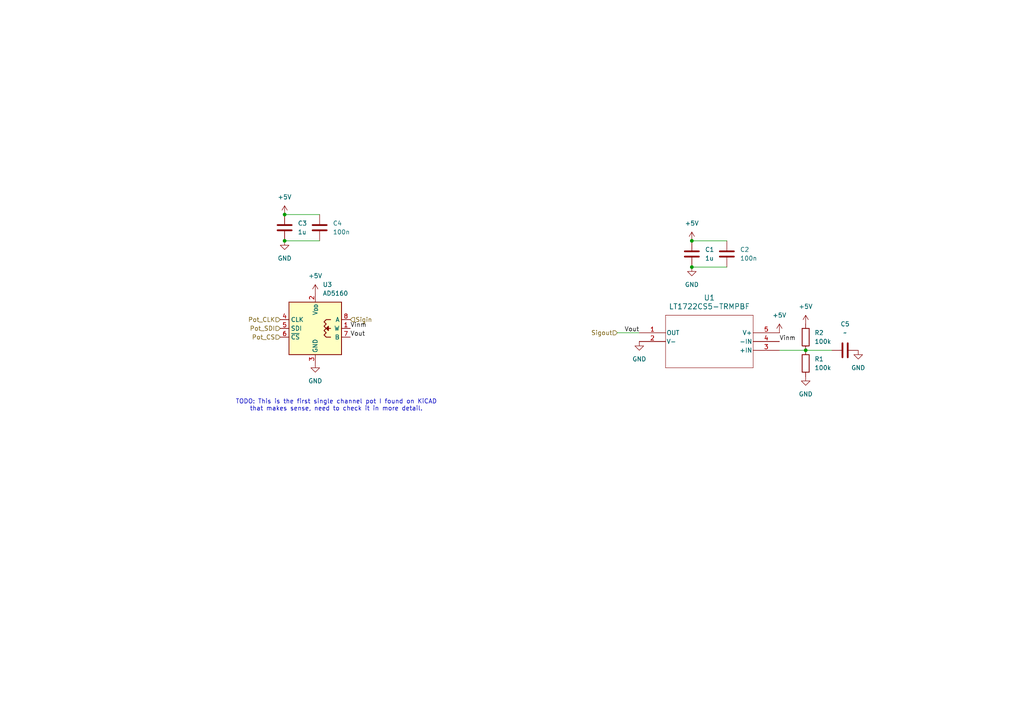
<source format=kicad_sch>
(kicad_sch (version 20250114) (generator "eeschema") (generator_version "9.0")
  (paper "A4")
  (lib_symbols
    (symbol "Device:C" (pin_numbers (hide yes)) (pin_names (offset 0.254))
      (property "Reference" "C" (at 0.635 2.54 0))
      (property "Value" "C" (at 0.635 -2.54 0))
      (symbol "C_0_1"
        (polyline (pts (xy -2.032 0.762) (xy 2.032 0.762)) (stroke (width 0.508)))
        (polyline (pts (xy -2.032 -0.762) (xy 2.032 -0.762)) (stroke (width 0.508)))
      )
      (symbol "C_1_1"
        (pin passive line (at 0 3.81 270) (length 2.794) (name "~") (number "1"))
        (pin passive line (at 0 -3.81 90) (length 2.794) (name "~") (number "2"))
      )
    )
    (symbol "Device:R" (pin_numbers (hide yes)) (pin_names (offset 0))
      (property "Reference" "R" (at 2.032 0 90))
      (property "Value" "R" (at 0 0 90))
      (symbol "R_0_1"
        (rectangle (start -1.016 -2.54) (end 1.016 2.54) (stroke (width 0.254)))
      )
      (symbol "R_1_1"
        (pin passive line (at 0 3.81 270) (length 1.27) (name "~") (number "1"))
        (pin passive line (at 0 -3.81 90) (length 1.27) (name "~") (number "2"))
      )
    )
    (symbol "LT172x:LT1722CS5-TRMPBF" (pin_names (offset 0.254))
      (property "Reference" "U" (at 20.32 10.16 0))
      (property "Value" "LT1722CS5-TRMPBF" (at 20.32 7.62 0))
      (symbol "LT1722CS5-TRMPBF_0_1"
        (polyline (pts (xy 7.62 5.08) (xy 7.62 -10.16)) (stroke (width 0.127)))
        (polyline (pts (xy 7.62 -10.16) (xy 33.02 -10.16)) (stroke (width 0.127)))
        (polyline (pts (xy 33.02 5.08) (xy 7.62 5.08)) (stroke (width 0.127)))
        (polyline (pts (xy 33.02 -10.16) (xy 33.02 5.08)) (stroke (width 0.127)))
        (pin output line (at 0 0 0) (length 7.62) (name "OUT") (number "1"))
        (pin power_in line (at 0 -2.54 0) (length 7.62) (name "V-") (number "2"))
        (pin power_in line (at 40.64 0 180) (length 7.62) (name "V+") (number "5"))
        (pin input line (at 40.64 -2.54 180) (length 7.62) (name "-IN") (number "4"))
        (pin input line (at 40.64 -5.08 180) (length 7.62) (name "+IN") (number "3"))
      )
    )
    (symbol "Potentiometer_Digital:AD5160"
      (property "Reference" "U" (at -7.62 11.43 0))
      (property "Value" "AD5160" (at 5.588 11.43 0))
      (symbol "AD5160_0_1"
        (rectangle (start -7.62 7.62) (end 7.62 -7.62) (stroke (width 0.254)) (fill (type background)))
        (polyline (pts (xy 4.445 2.54) (xy 3.175 2.54) (xy 2.54 1.905) (xy 3.175 1.27) (xy 2.54 0.635) (xy 3.175 0) (xy 2.54 -0.635) (xy 3.175 -1.27) (xy 2.54 -1.905) (xy 3.175 -2.54) (xy 4.445 -2.54)) (stroke (width 0.254)))
        (polyline (pts (xy 4.445 0) (xy 3.81 0) (xy 3.175 0) (xy 3.81 0.635) (xy 3.81 -0.635) (xy 3.175 0)) (stroke (width 0.254)) (fill (type outline)))
      )
      (symbol "AD5160_1_1"
        (pin input line (at -10.16 2.54 0) (length 2.54) (name "CLK") (number "4"))
        (pin input line (at -10.16 0 0) (length 2.54) (name "SDI") (number "5"))
        (pin input line (at -10.16 -2.54 0) (length 2.54) (name "~{CS}") (number "6"))
        (pin power_in line (at 0 10.16 270) (length 2.54) (name "V_{DD}") (number "2"))
        (pin power_in line (at 0 -10.16 90) (length 2.54) (name "GND") (number "3"))
        (pin passive line (at 10.16 2.54 180) (length 2.54) (name "A") (number "8"))
        (pin passive line (at 10.16 0 180) (length 2.54) (name "W") (number "1"))
        (pin passive line (at 10.16 -2.54 180) (length 2.54) (name "B") (number "7"))
      )
    )
    (symbol "power:+5V" (power) (pin_numbers (hide yes)) (pin_names (offset 0) (hide yes))
      (property "Value" "+5V" (at 0 3.556 0))
      (symbol "+5V_0_1"
        (polyline (pts (xy -0.762 1.27) (xy 0 2.54)))
        (polyline (pts (xy 0 2.54) (xy 0.762 1.27)))
        (polyline (pts (xy 0 0) (xy 0 2.54)))
      )
      (symbol "+5V_1_1"
        (pin power_in line (at 0 0 90) (length 0) (name "~") (number "1"))
      )
    )
    (symbol "power:GND" (power) (pin_numbers (hide yes)) (pin_names (offset 0) (hide yes))
      (property "Value" "GND" (at 0 -3.81 0))
      (symbol "GND_0_1"
        (polyline (pts (xy 0 0) (xy 0 -1.27) (xy 1.27 -1.27) (xy 0 -2.54) (xy -1.27 -1.27) (xy 0 -1.27)))
      )
      (symbol "GND_1_1"
        (pin power_in line (at 0 0 270) (length 0) (name "~") (number "1"))
      )
    )
  )
  (text "TODO: This is the first single channel pot I found on KiCAD\nthat makes sense, need to check it in more detail." (at 97.536 117.602 0) (effects (font (size 1.27 1.27))))
  (junction (at 233.68 101.6))
  (junction (at 82.55 69.85))
  (junction (at 200.66 77.47))
  (junction (at 200.66 69.85))
  (junction (at 82.55 62.23))
  (wire (pts (xy 200.66 69.85) (xy 210.82 69.85)))
  (wire (pts (xy 233.68 101.6) (xy 241.3 101.6)))
  (wire (pts (xy 226.06 101.6) (xy 233.68 101.6)))
  (wire (pts (xy 82.55 69.85) (xy 92.71 69.85)))
  (wire (pts (xy 200.66 77.47) (xy 210.82 77.47)))
  (wire (pts (xy 179.07 96.52) (xy 185.42 96.52)))
  (wire (pts (xy 82.55 62.23) (xy 92.71 62.23)))
  (label "Vinm" (at 101.6 95.25 0))
  (label "Vout" (at 185.42 96.52 180))
  (label "Vout" (at 101.6 97.79 0))
  (label "Vinm" (at 226.06 99.06 0))
  (hierarchical_label "Pot_CS" (shape input) (at 81.28 97.79 180))
  (hierarchical_label "Sigout" (shape input) (at 179.07 96.52 180))
  (hierarchical_label "Pot_CLK" (shape input) (at 81.28 92.71 180))
  (hierarchical_label "Pot_SDI" (shape input) (at 81.28 95.25 180))
  (hierarchical_label "Sigin" (shape input) (at 101.6 92.71 0))
  (symbol (lib_id "power:GND") (at 91.44 105.41 0) (unit 1)
    (property "Reference" "#PWR07" (effects (hide yes)))
    (property "Value" "GND" (at 91.44 110.49 0))
    (property "Description" "Power symbol creates a global label with name \"GND\" , ground" (effects (hide yes)))
  )
  (symbol (lib_id "power:+5V") (at 233.68 93.98 0) (unit 1)
    (property "Reference" "#PWR06" (effects (hide yes)))
    (property "Value" "+5V" (at 233.68 88.9 0))
    (property "Description" "Power symbol creates a global label with name \"+5V\"" (effects (hide yes)))
  )
  (symbol (lib_id "Device:C") (at 245.11 101.6 90) (unit 1)
    (property "Reference" "C5" (at 245.11 93.98 90))
    (property "Value" "~" (at 245.11 96.52 90))
    (property "Description" "Unpolarized capacitor" (effects (hide yes)))
  )
  (symbol (lib_id "power:GND") (at 248.92 101.6 0) (unit 1)
    (property "Reference" "#PWR011" (effects (hide yes)))
    (property "Value" "GND" (at 248.92 106.68 0))
    (property "Description" "Power symbol creates a global label with name \"GND\" , ground" (effects (hide yes)))
  )
  (symbol (lib_id "power:GND") (at 233.68 109.22 0) (unit 1)
    (property "Reference" "#PWR05" (effects (hide yes)))
    (property "Value" "GND" (at 233.68 114.3 0))
    (property "Description" "Power symbol creates a global label with name \"GND\" , ground" (effects (hide yes)))
  )
  (symbol (lib_id "Device:C") (at 200.66 73.66 0) (unit 1)
    (property "Reference" "C1" (at 204.47 72.3899 0) (effects (justify left)))
    (property "Value" "1u" (at 204.47 74.9299 0) (effects (justify left)))
    (property "Description" "Unpolarized capacitor" (effects (hide yes)))
  )
  (symbol (lib_id "power:GND") (at 185.42 99.06 0) (unit 1)
    (property "Reference" "#PWR02" (effects (hide yes)))
    (property "Value" "GND" (at 185.42 104.14 0))
    (property "Description" "Power symbol creates a global label with name \"GND\" , ground" (effects (hide yes)))
  )
  (symbol (lib_id "Device:C") (at 210.82 73.66 0) (unit 1)
    (property "Reference" "C2" (at 214.63 72.3899 0) (effects (justify left)))
    (property "Value" "100n" (at 214.63 74.9299 0) (effects (justify left)))
    (property "Description" "Unpolarized capacitor" (effects (hide yes)))
  )
  (symbol (lib_id "Device:C") (at 82.55 66.04 0) (unit 1)
    (property "Reference" "C3" (at 86.36 64.7699 0) (effects (justify left)))
    (property "Value" "1u" (at 86.36 67.3099 0) (effects (justify left)))
    (property "Description" "Unpolarized capacitor" (effects (hide yes)))
  )
  (symbol (lib_id "power:+5V") (at 82.55 62.23 0) (unit 1)
    (property "Reference" "#PWR09" (effects (hide yes)))
    (property "Value" "+5V" (at 82.55 57.15 0))
    (property "Description" "Power symbol creates a global label with name \"+5V\"" (effects (hide yes)))
  )
  (symbol (lib_id "power:GND") (at 200.66 77.47 0) (unit 1)
    (property "Reference" "#PWR03" (effects (hide yes)))
    (property "Value" "GND" (at 200.66 82.55 0))
    (property "Description" "Power symbol creates a global label with name \"GND\" , ground" (effects (hide yes)))
  )
  (symbol (lib_id "Potentiometer_Digital:AD5160") (at 91.44 95.25 0) (unit 1)
    (property "Reference" "U3" (at 93.5833 82.55 0) (effects (justify left)))
    (property "Value" "AD5160" (at 93.5833 85.09 0) (effects (justify left)))
    (property "Footprint" "Package_TO_SOT_SMD:SOT-23-8" (effects (hide yes)))
    (property "Datasheet" "https://www.analog.com/media/en/technical-documentation/data-sheets/AD5160.pdf" (effects (hide yes)))
    (property "Description" "Digital potentiometer, 256 position, single output, SPI interface, SOT-23-8" (effects (hide yes)))
  )
  (symbol (lib_id "power:+5V") (at 91.44 85.09 0) (unit 1)
    (property "Reference" "#PWR08" (effects (hide yes)))
    (property "Value" "+5V" (at 91.44 80.01 0))
    (property "Description" "Power symbol creates a global label with name \"+5V\"" (effects (hide yes)))
  )
  (symbol (lib_id "Device:C") (at 92.71 66.04 0) (unit 1)
    (property "Reference" "C4" (at 96.52 64.7699 0) (effects (justify left)))
    (property "Value" "100n" (at 96.52 67.3099 0) (effects (justify left)))
    (property "Description" "Unpolarized capacitor" (effects (hide yes)))
  )
  (symbol (lib_id "Device:R") (at 233.68 97.79 0) (unit 1)
    (property "Reference" "R2" (at 236.22 96.5199 0) (effects (justify left)))
    (property "Value" "100k" (at 236.22 99.0599 0) (effects (justify left)))
    (property "Description" "Resistor" (effects (hide yes)))
  )
  (symbol (lib_id "power:+5V") (at 200.66 69.85 0) (unit 1)
    (property "Reference" "#PWR04" (effects (hide yes)))
    (property "Value" "+5V" (at 200.66 64.77 0))
    (property "Description" "Power symbol creates a global label with name \"+5V\"" (effects (hide yes)))
  )
  (symbol (lib_id "power:GND") (at 82.55 69.85 0) (unit 1)
    (property "Reference" "#PWR010" (effects (hide yes)))
    (property "Value" "GND" (at 82.55 74.93 0))
    (property "Description" "Power symbol creates a global label with name \"GND\" , ground" (effects (hide yes)))
  )
  (symbol (lib_id "LT172x:LT1722CS5-TRMPBF") (at 185.42 96.52 0) (unit 1)
    (property "Reference" "U1" (at 205.74 86.36 0) (effects (font (size 1.524 1.524))))
    (property "Value" "LT1722CS5-TRMPBF" (at 205.74 88.9 0) (effects (font (size 1.524 1.524))))
    (property "Footprint" "S_5_ADI" (effects (hide yes)))
    (property "Datasheet" "https://www.analog.com/media/en/technical-documentation/data-sheets/172234fb.pdf" (effects (hide yes)))
  )
  (symbol (lib_id "Device:R") (at 233.68 105.41 0) (unit 1)
    (property "Reference" "R1" (at 236.22 104.1399 0) (effects (justify left)))
    (property "Value" "100k" (at 236.22 106.6799 0) (effects (justify left)))
    (property "Description" "Resistor" (effects (hide yes)))
  )
  (symbol (lib_id "power:+5V") (at 226.06 96.52 0) (unit 1)
    (property "Reference" "#PWR01" (effects (hide yes)))
    (property "Value" "+5V" (at 226.06 91.44 0))
    (property "Description" "Power symbol creates a global label with name \"+5V\"" (effects (hide yes)))
  )
)
</source>
